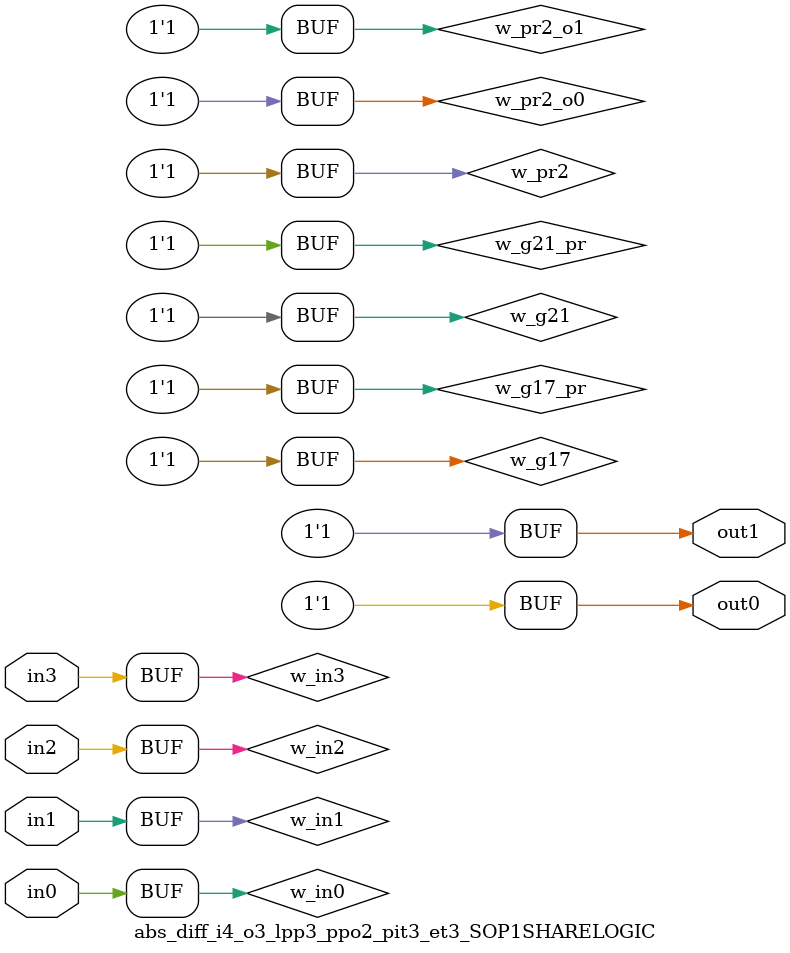
<source format=v>
module abs_diff_i4_o3_lpp3_ppo2_pit3_et3_SOP1SHARELOGIC (in0, in1, in2, in3, out0, out1);
// declaring inputs
input in0,  in1,  in2,  in3;
// declaring outputs
output out0,  out1;
// JSON model input
wire w_in3, w_in2, w_in1, w_in0;
// JSON model output
wire w_g17, w_g21;
//json model
wire w_g17_pr, w_g21_pr, w_pr0_o0, w_pr1_o0, w_pr2_o0, w_pr0_o1, w_pr1_o1, w_pr2_o1, w_pr0, w_pr1, w_pr2;
// JSON model input assign
assign w_in3 = in3;
assign w_in2 = in2;
assign w_in1 = in1;
assign w_in0 = in0;

//json model assigns (approximated Shared/XPAT part)
//assign literals to products
assign w_pr0 = w_in1 & w_in2 & w_in3;
assign w_pr1 = ~w_in2 & ~w_in3;
assign w_pr2 = 1;
//if a product has literals and if the product is being "activated" for that output
assign w_pr0_o0 = w_pr0 & 1;
assign w_pr1_o0 = w_pr1 & 1;
assign w_pr2_o0 = w_pr2 & 1;
assign w_pr0_o1 = w_pr0 & 0;
assign w_pr1_o1 = w_pr1 & 0;
assign w_pr2_o1 = w_pr2 & 1;
//compose an output with corresponding products (OR)
assign w_g17 = w_pr0_o0 | w_pr1_o0 | w_pr2_o0;
assign w_g21 = w_pr0_o1 | w_pr1_o1 | w_pr2_o1;
//if an output has products and if it is part of the JSON model
assign w_g17_pr = w_g17 & 1;
assign w_g21_pr = w_g21 & 1;
// output assigns
assign out0 = w_g17_pr;
assign out1 = w_g21_pr;
endmodule
</source>
